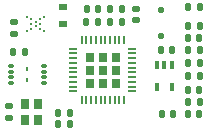
<source format=gbr>
%TF.GenerationSoftware,KiCad,Pcbnew,8.0.0-rc2-74-g5f063dd458*%
%TF.CreationDate,2024-01-29T02:33:14+02:00*%
%TF.ProjectId,SamoMCU,53616d6f-4d43-4552-9e6b-696361645f70,rev?*%
%TF.SameCoordinates,Original*%
%TF.FileFunction,Paste,Top*%
%TF.FilePolarity,Positive*%
%FSLAX46Y46*%
G04 Gerber Fmt 4.6, Leading zero omitted, Abs format (unit mm)*
G04 Created by KiCad (PCBNEW 8.0.0-rc2-74-g5f063dd458) date 2024-01-29 02:33:14*
%MOMM*%
%LPD*%
G01*
G04 APERTURE LIST*
G04 Aperture macros list*
%AMRoundRect*
0 Rectangle with rounded corners*
0 $1 Rounding radius*
0 $2 $3 $4 $5 $6 $7 $8 $9 X,Y pos of 4 corners*
0 Add a 4 corners polygon primitive as box body*
4,1,4,$2,$3,$4,$5,$6,$7,$8,$9,$2,$3,0*
0 Add four circle primitives for the rounded corners*
1,1,$1+$1,$2,$3*
1,1,$1+$1,$4,$5*
1,1,$1+$1,$6,$7*
1,1,$1+$1,$8,$9*
0 Add four rect primitives between the rounded corners*
20,1,$1+$1,$2,$3,$4,$5,0*
20,1,$1+$1,$4,$5,$6,$7,0*
20,1,$1+$1,$6,$7,$8,$9,0*
20,1,$1+$1,$8,$9,$2,$3,0*%
G04 Aperture macros list end*
%ADD10C,0.120000*%
%ADD11RoundRect,0.140000X0.140000X0.170000X-0.140000X0.170000X-0.140000X-0.170000X0.140000X-0.170000X0*%
%ADD12RoundRect,0.135000X-0.135000X-0.185000X0.135000X-0.185000X0.135000X0.185000X-0.135000X0.185000X0*%
%ADD13RoundRect,0.135000X0.135000X0.185000X-0.135000X0.185000X-0.135000X-0.185000X0.135000X-0.185000X0*%
%ADD14R,0.740000X0.200000*%
%ADD15R,0.200000X0.740000*%
%ADD16RoundRect,0.140000X-0.170000X0.140000X-0.170000X-0.140000X0.170000X-0.140000X0.170000X0.140000X0*%
%ADD17R,0.400000X0.650000*%
%ADD18RoundRect,0.140000X-0.140000X-0.170000X0.140000X-0.170000X0.140000X0.170000X-0.140000X0.170000X0*%
%ADD19C,0.200000*%
%ADD20RoundRect,0.147500X-0.147500X-0.172500X0.147500X-0.172500X0.147500X0.172500X-0.147500X0.172500X0*%
%ADD21RoundRect,0.135000X0.185000X-0.135000X0.185000X0.135000X-0.185000X0.135000X-0.185000X-0.135000X0*%
%ADD22RoundRect,0.050000X-0.050000X-0.150000X0.050000X-0.150000X0.050000X0.150000X-0.050000X0.150000X0*%
%ADD23RoundRect,0.070000X-0.190000X-0.070000X0.190000X-0.070000X0.190000X0.070000X-0.190000X0.070000X0*%
%ADD24R,0.700000X0.600000*%
%ADD25RoundRect,0.125000X0.125000X-0.125000X0.125000X0.125000X-0.125000X0.125000X-0.125000X-0.125000X0*%
%ADD26R,0.800000X0.900000*%
G04 APERTURE END LIST*
D10*
%TO.C,U3*%
X168850000Y-47000000D02*
X168250000Y-47000000D01*
X168250000Y-46400000D01*
X168850000Y-46400000D01*
X168850000Y-47000000D01*
G36*
X168850000Y-47000000D02*
G01*
X168250000Y-47000000D01*
X168250000Y-46400000D01*
X168850000Y-46400000D01*
X168850000Y-47000000D01*
G37*
X168850000Y-48100000D02*
X168250000Y-48100000D01*
X168250000Y-47500000D01*
X168850000Y-47500000D01*
X168850000Y-48100000D01*
G36*
X168850000Y-48100000D02*
G01*
X168250000Y-48100000D01*
X168250000Y-47500000D01*
X168850000Y-47500000D01*
X168850000Y-48100000D01*
G37*
X168850000Y-49200000D02*
X168250000Y-49200000D01*
X168250000Y-48600000D01*
X168850000Y-48600000D01*
X168850000Y-49200000D01*
G36*
X168850000Y-49200000D02*
G01*
X168250000Y-49200000D01*
X168250000Y-48600000D01*
X168850000Y-48600000D01*
X168850000Y-49200000D01*
G37*
X169950000Y-47000000D02*
X169350000Y-47000000D01*
X169350000Y-46400000D01*
X169950000Y-46400000D01*
X169950000Y-47000000D01*
G36*
X169950000Y-47000000D02*
G01*
X169350000Y-47000000D01*
X169350000Y-46400000D01*
X169950000Y-46400000D01*
X169950000Y-47000000D01*
G37*
X169950000Y-48100000D02*
X169350000Y-48100000D01*
X169350000Y-47500000D01*
X169950000Y-47500000D01*
X169950000Y-48100000D01*
G36*
X169950000Y-48100000D02*
G01*
X169350000Y-48100000D01*
X169350000Y-47500000D01*
X169950000Y-47500000D01*
X169950000Y-48100000D01*
G37*
X169950000Y-49200000D02*
X169350000Y-49200000D01*
X169350000Y-48600000D01*
X169950000Y-48600000D01*
X169950000Y-49200000D01*
G36*
X169950000Y-49200000D02*
G01*
X169350000Y-49200000D01*
X169350000Y-48600000D01*
X169950000Y-48600000D01*
X169950000Y-49200000D01*
G37*
X171050000Y-47000000D02*
X170450000Y-47000000D01*
X170450000Y-46400000D01*
X171050000Y-46400000D01*
X171050000Y-47000000D01*
G36*
X171050000Y-47000000D02*
G01*
X170450000Y-47000000D01*
X170450000Y-46400000D01*
X171050000Y-46400000D01*
X171050000Y-47000000D01*
G37*
X171050000Y-48100000D02*
X170450000Y-48100000D01*
X170450000Y-47500000D01*
X171050000Y-47500000D01*
X171050000Y-48100000D01*
G36*
X171050000Y-48100000D02*
G01*
X170450000Y-48100000D01*
X170450000Y-47500000D01*
X171050000Y-47500000D01*
X171050000Y-48100000D01*
G37*
X171050000Y-49200000D02*
X170450000Y-49200000D01*
X170450000Y-48600000D01*
X171050000Y-48600000D01*
X171050000Y-49200000D01*
G36*
X171050000Y-49200000D02*
G01*
X170450000Y-49200000D01*
X170450000Y-48600000D01*
X171050000Y-48600000D01*
X171050000Y-49200000D01*
G37*
%TD*%
D11*
%TO.C,C5*%
X169230000Y-42600000D03*
X168270000Y-42600000D03*
%TD*%
%TO.C,C4*%
X166830000Y-52390000D03*
X165870000Y-52390000D03*
%TD*%
D12*
%TO.C,R3*%
X176840000Y-44100000D03*
X177860000Y-44100000D03*
%TD*%
D13*
%TO.C,R6*%
X177860000Y-48300000D03*
X176840000Y-48300000D03*
%TD*%
D14*
%TO.C,U3*%
X167150000Y-46000000D03*
X167150000Y-46400000D03*
X167150000Y-46800000D03*
X167150000Y-47200000D03*
X167150000Y-47600000D03*
X167150000Y-48000000D03*
X167150000Y-48400000D03*
X167150000Y-48800000D03*
X167150000Y-49200000D03*
X167150000Y-49600000D03*
D15*
X167850000Y-50300000D03*
X168250000Y-50300000D03*
X168650000Y-50300000D03*
X169050000Y-50300000D03*
X169450000Y-50300000D03*
X169850000Y-50300000D03*
X170250000Y-50300000D03*
X170650000Y-50300000D03*
X171050000Y-50300000D03*
X171450000Y-50300000D03*
D14*
X172150000Y-49600000D03*
X172150000Y-49200000D03*
X172150000Y-48800000D03*
X172150000Y-48400000D03*
X172150000Y-48000000D03*
X172150000Y-47600000D03*
X172150000Y-47200000D03*
X172150000Y-46800000D03*
X172150000Y-46400000D03*
X172150000Y-46000000D03*
D15*
X171450000Y-45300000D03*
X171050000Y-45300000D03*
X170650000Y-45300000D03*
X170250000Y-45300000D03*
X169850000Y-45300000D03*
X169450000Y-45300000D03*
X169050000Y-45300000D03*
X168650000Y-45300000D03*
X168250000Y-45300000D03*
X167850000Y-45300000D03*
%TD*%
D11*
%TO.C,C1*%
X163020000Y-46280000D03*
X162060000Y-46280000D03*
%TD*%
%TO.C,C3*%
X171230000Y-43700000D03*
X170270000Y-43700000D03*
%TD*%
D16*
%TO.C,C8*%
X172450000Y-42620000D03*
X172450000Y-43580000D03*
%TD*%
D17*
%TO.C,U4*%
X175500000Y-47350000D03*
X174850000Y-47350000D03*
X174200000Y-47350000D03*
X174200000Y-49250000D03*
X175500000Y-49250000D03*
%TD*%
D12*
%TO.C,R5*%
X176840000Y-46100000D03*
X177860000Y-46100000D03*
%TD*%
D18*
%TO.C,C10*%
X176850000Y-45100000D03*
X177810000Y-45100000D03*
%TD*%
D19*
%TO.C,U2*%
X163250000Y-43300000D03*
X164650000Y-43300000D03*
X163600000Y-43500000D03*
X164300000Y-43500000D03*
X163950000Y-43700000D03*
X163600000Y-43900000D03*
X164300000Y-43900000D03*
X163950000Y-44100000D03*
X163600000Y-44300000D03*
X164300000Y-44300000D03*
X163250000Y-44500000D03*
X164650000Y-44500000D03*
%TD*%
D11*
%TO.C,C6*%
X169210000Y-43700000D03*
X168250000Y-43700000D03*
%TD*%
D20*
%TO.C,FB1*%
X174615000Y-51500000D03*
X175585000Y-51500000D03*
%TD*%
D21*
%TO.C,R1*%
X161680000Y-51900000D03*
X161680000Y-50880000D03*
%TD*%
D13*
%TO.C,R2*%
X177860000Y-42460000D03*
X176840000Y-42460000D03*
%TD*%
D22*
%TO.C,U1*%
X163230000Y-47680000D03*
X163230000Y-48680000D03*
D23*
X161830000Y-47430000D03*
X161830000Y-47930000D03*
X161830000Y-48430000D03*
X161830000Y-48930000D03*
X164630000Y-48930000D03*
X164630000Y-48430000D03*
X164630000Y-47930000D03*
X164630000Y-47430000D03*
%TD*%
D16*
%TO.C,C2*%
X162100000Y-43770000D03*
X162100000Y-44730000D03*
%TD*%
D24*
%TO.C,Y1*%
X166250000Y-42500000D03*
X166250000Y-43900000D03*
%TD*%
D18*
%TO.C,C13*%
X176870000Y-49500000D03*
X177830000Y-49500000D03*
%TD*%
D11*
%TO.C,C9*%
X166830000Y-51400000D03*
X165870000Y-51400000D03*
%TD*%
%TO.C,C12*%
X177830000Y-51500000D03*
X176870000Y-51500000D03*
%TD*%
%TO.C,C11*%
X175530000Y-46100000D03*
X174570000Y-46100000D03*
%TD*%
D25*
%TO.C,D1*%
X174550000Y-44900000D03*
X174550000Y-42700000D03*
%TD*%
D13*
%TO.C,R4*%
X177870000Y-47200000D03*
X176850000Y-47200000D03*
%TD*%
D26*
%TO.C,Y2*%
X164147500Y-52062500D03*
X164147500Y-50662500D03*
X163047500Y-50662500D03*
X163047500Y-52062500D03*
%TD*%
D12*
%TO.C,R7*%
X176840000Y-50500000D03*
X177860000Y-50500000D03*
%TD*%
D18*
%TO.C,C7*%
X170270000Y-42600000D03*
X171230000Y-42600000D03*
%TD*%
M02*

</source>
